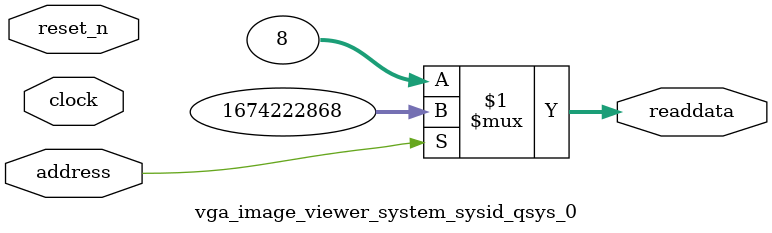
<source format=v>



// synthesis translate_off
`timescale 1ns / 1ps
// synthesis translate_on

// turn off superfluous verilog processor warnings 
// altera message_level Level1 
// altera message_off 10034 10035 10036 10037 10230 10240 10030 

module vga_image_viewer_system_sysid_qsys_0 (
               // inputs:
                address,
                clock,
                reset_n,

               // outputs:
                readdata
             )
;

  output  [ 31: 0] readdata;
  input            address;
  input            clock;
  input            reset_n;

  wire    [ 31: 0] readdata;
  //control_slave, which is an e_avalon_slave
  assign readdata = address ? 1674222868 : 8;

endmodule



</source>
